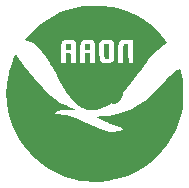
<source format=gbr>
%TF.GenerationSoftware,KiCad,Pcbnew,7.0.10-7.0.10~ubuntu22.04.1*%
%TF.CreationDate,2024-02-22T09:28:58-05:00*%
%TF.ProjectId,ladcp_interface_box,6c616463-705f-4696-9e74-657266616365,1.0.0*%
%TF.SameCoordinates,Original*%
%TF.FileFunction,Legend,Bot*%
%TF.FilePolarity,Positive*%
%FSLAX46Y46*%
G04 Gerber Fmt 4.6, Leading zero omitted, Abs format (unit mm)*
G04 Created by KiCad (PCBNEW 7.0.10-7.0.10~ubuntu22.04.1) date 2024-02-22 09:28:58*
%MOMM*%
%LPD*%
G01*
G04 APERTURE LIST*
%ADD10C,0.300000*%
G04 APERTURE END LIST*
D10*
X152381427Y-84579757D02*
X152524285Y-84508328D01*
X152524285Y-84508328D02*
X152738570Y-84508328D01*
X152738570Y-84508328D02*
X152952856Y-84579757D01*
X152952856Y-84579757D02*
X153095713Y-84722614D01*
X153095713Y-84722614D02*
X153167142Y-84865471D01*
X153167142Y-84865471D02*
X153238570Y-85151185D01*
X153238570Y-85151185D02*
X153238570Y-85365471D01*
X153238570Y-85365471D02*
X153167142Y-85651185D01*
X153167142Y-85651185D02*
X153095713Y-85794042D01*
X153095713Y-85794042D02*
X152952856Y-85936900D01*
X152952856Y-85936900D02*
X152738570Y-86008328D01*
X152738570Y-86008328D02*
X152595713Y-86008328D01*
X152595713Y-86008328D02*
X152381427Y-85936900D01*
X152381427Y-85936900D02*
X152309999Y-85865471D01*
X152309999Y-85865471D02*
X152309999Y-85365471D01*
X152309999Y-85365471D02*
X152595713Y-85365471D01*
X151452856Y-84508328D02*
X151452856Y-84865471D01*
X151809999Y-84722614D02*
X151452856Y-84865471D01*
X151452856Y-84865471D02*
X151095713Y-84722614D01*
X151667142Y-85151185D02*
X151452856Y-84865471D01*
X151452856Y-84865471D02*
X151238570Y-85151185D01*
X150309999Y-84508328D02*
X150309999Y-84865471D01*
X150667142Y-84722614D02*
X150309999Y-84865471D01*
X150309999Y-84865471D02*
X149952856Y-84722614D01*
X150524285Y-85151185D02*
X150309999Y-84865471D01*
X150309999Y-84865471D02*
X150095713Y-85151185D01*
X149167142Y-84508328D02*
X149167142Y-84865471D01*
X149524285Y-84722614D02*
X149167142Y-84865471D01*
X149167142Y-84865471D02*
X148809999Y-84722614D01*
X149381428Y-85151185D02*
X149167142Y-84865471D01*
X149167142Y-84865471D02*
X148952856Y-85151185D01*
%TO.C,G\u002A\u002A\u002A*%
G36*
X148824875Y-81110299D02*
G01*
X149021266Y-81121605D01*
X149032743Y-81322890D01*
X149035587Y-81401030D01*
X149033663Y-81510789D01*
X149024565Y-81575394D01*
X149020099Y-81583566D01*
X148953534Y-81615798D01*
X148816697Y-81626613D01*
X148628483Y-81626613D01*
X148628483Y-81362802D01*
X148628483Y-81098992D01*
X148824875Y-81110299D01*
G37*
G36*
X150640870Y-81374109D02*
G01*
X150651931Y-81626613D01*
X150442769Y-81626613D01*
X150233607Y-81626613D01*
X150244668Y-81374109D01*
X150255729Y-81121605D01*
X150442769Y-81121605D01*
X150629808Y-81121605D01*
X150640870Y-81374109D01*
G37*
G36*
X152248692Y-81718631D02*
G01*
X152250447Y-81844782D01*
X152251348Y-82038047D01*
X152249875Y-82198269D01*
X152246205Y-82311532D01*
X152240514Y-82363918D01*
X152221250Y-82384611D01*
X152146583Y-82407004D01*
X152046028Y-82410239D01*
X151949418Y-82394611D01*
X151886583Y-82360416D01*
X151885896Y-82359553D01*
X151867746Y-82299571D01*
X151856475Y-82174208D01*
X151851926Y-81980412D01*
X151853947Y-81715129D01*
X151864271Y-81121605D01*
X152051311Y-81121605D01*
X152238350Y-81121605D01*
X152248692Y-81718631D01*
G37*
G36*
X157071865Y-80849165D02*
G01*
X157191977Y-81017536D01*
X156890866Y-81213659D01*
X156820675Y-81261916D01*
X156627318Y-81412844D01*
X156408376Y-81603569D01*
X156178057Y-81820440D01*
X155950572Y-82049805D01*
X155740129Y-82278012D01*
X155560939Y-82491410D01*
X155547427Y-82508641D01*
X155449289Y-82636903D01*
X155320350Y-82809121D01*
X155171275Y-83010875D01*
X155012730Y-83227745D01*
X154855381Y-83445313D01*
X154648655Y-83730728D01*
X154367481Y-84110031D01*
X154112956Y-84440861D01*
X153877610Y-84732386D01*
X153653977Y-84993774D01*
X153434587Y-85234194D01*
X153211971Y-85462815D01*
X152892110Y-85763450D01*
X152468829Y-86104058D01*
X152051752Y-86372610D01*
X151638911Y-86570334D01*
X151228336Y-86698457D01*
X151220434Y-86700216D01*
X151063048Y-86723901D01*
X150870530Y-86737837D01*
X150679916Y-86739268D01*
X150628510Y-86737416D01*
X150470444Y-86726294D01*
X150345150Y-86702472D01*
X150220080Y-86657759D01*
X150062685Y-86583967D01*
X149957685Y-86529070D01*
X149849498Y-86462581D01*
X149740054Y-86381488D01*
X149616938Y-86275737D01*
X149467738Y-86135273D01*
X149280040Y-85950041D01*
X149268821Y-85938820D01*
X149115152Y-85782850D01*
X148977713Y-85637166D01*
X148851947Y-85494768D01*
X148733298Y-85348660D01*
X148617207Y-85191843D01*
X148499117Y-85017318D01*
X148374472Y-84818088D01*
X148238714Y-84587153D01*
X148087285Y-84317517D01*
X147915630Y-84002179D01*
X147719189Y-83634143D01*
X147493407Y-83206410D01*
X147292084Y-82832080D01*
X147223268Y-82711443D01*
X148179588Y-82711443D01*
X148404035Y-82711443D01*
X148628483Y-82711443D01*
X148628483Y-82316705D01*
X148628483Y-81921967D01*
X148824875Y-81933273D01*
X149021266Y-81944580D01*
X149031927Y-82328012D01*
X149042588Y-82711443D01*
X149248978Y-82711443D01*
X149455368Y-82711443D01*
X149825537Y-82711443D01*
X150031281Y-82711443D01*
X150237025Y-82711443D01*
X150237025Y-82318660D01*
X150237025Y-81925876D01*
X150442769Y-81925876D01*
X150648512Y-81925876D01*
X150648512Y-82318660D01*
X150648512Y-82711443D01*
X150854256Y-82711443D01*
X151060000Y-82711443D01*
X151060000Y-81886611D01*
X151059952Y-81795016D01*
X151057749Y-81494986D01*
X151049048Y-81259786D01*
X151029479Y-81081530D01*
X151016697Y-81034085D01*
X151429774Y-81034085D01*
X151441279Y-81782557D01*
X151452783Y-82531029D01*
X151557741Y-82621236D01*
X151570695Y-82632180D01*
X151622101Y-82668514D01*
X151681383Y-82691682D01*
X151765273Y-82704610D01*
X151890502Y-82710223D01*
X152073801Y-82711443D01*
X153042621Y-82711443D01*
X153248365Y-82711443D01*
X153454109Y-82711443D01*
X153454682Y-81953932D01*
X153454772Y-81908205D01*
X153456966Y-81679071D01*
X153461696Y-81476312D01*
X153468489Y-81312036D01*
X153476867Y-81198355D01*
X153486357Y-81147378D01*
X153490051Y-81142402D01*
X153561598Y-81112663D01*
X153700880Y-81109970D01*
X153884300Y-81121605D01*
X153894396Y-81916524D01*
X153904492Y-82711443D01*
X154109492Y-82711443D01*
X154314492Y-82711443D01*
X154314492Y-81738837D01*
X154314492Y-80766230D01*
X153837540Y-80766781D01*
X153722612Y-80767169D01*
X153522423Y-80772395D01*
X153365974Y-80790044D01*
X153247875Y-80827914D01*
X153162733Y-80893805D01*
X153105157Y-80995515D01*
X153069755Y-81140843D01*
X153051136Y-81337588D01*
X153043908Y-81593549D01*
X153043270Y-81761327D01*
X153042680Y-81916524D01*
X153042621Y-82711443D01*
X152073801Y-82711443D01*
X152144900Y-82711353D01*
X152304804Y-82709192D01*
X152411739Y-82701896D01*
X152481905Y-82686508D01*
X152531500Y-82660069D01*
X152576722Y-82619624D01*
X152602414Y-82592996D01*
X152626821Y-82559638D01*
X152644335Y-82515616D01*
X152656100Y-82450238D01*
X152663259Y-82352812D01*
X152666956Y-82212646D01*
X152668336Y-82019048D01*
X152668542Y-81761327D01*
X152668437Y-81566644D01*
X152667393Y-81356296D01*
X152664280Y-81201966D01*
X152657973Y-81092777D01*
X152647344Y-81017851D01*
X152631267Y-80966313D01*
X152608615Y-80927286D01*
X152578261Y-80889892D01*
X152548655Y-80856625D01*
X152507835Y-80822116D01*
X152455370Y-80800955D01*
X152375469Y-80789879D01*
X152252338Y-80785627D01*
X152070185Y-80784934D01*
X151652390Y-80784934D01*
X151541082Y-80909509D01*
X151429774Y-81034085D01*
X151016697Y-81034085D01*
X150994673Y-80952332D01*
X150940261Y-80864307D01*
X150861872Y-80809570D01*
X150755137Y-80780235D01*
X150615687Y-80768417D01*
X150439151Y-80766230D01*
X150249205Y-80773465D01*
X150066837Y-80804708D01*
X149941183Y-80863074D01*
X149864054Y-80951198D01*
X149862917Y-80953595D01*
X149850383Y-81021036D01*
X149840032Y-81154355D01*
X149832210Y-81345324D01*
X149827263Y-81585717D01*
X149825537Y-81867305D01*
X149825537Y-82711443D01*
X149455368Y-82711443D01*
X149444061Y-81851837D01*
X149432754Y-80992230D01*
X149329032Y-80888582D01*
X149302701Y-80862890D01*
X149255802Y-80825827D01*
X149200559Y-80802875D01*
X149120357Y-80790658D01*
X148998576Y-80785802D01*
X148818600Y-80784934D01*
X148731770Y-80785248D01*
X148571017Y-80790839D01*
X148444961Y-80809483D01*
X148349387Y-80848901D01*
X148280074Y-80916811D01*
X148232805Y-81020933D01*
X148203361Y-81168986D01*
X148187524Y-81368691D01*
X148181075Y-81627767D01*
X148179796Y-81953932D01*
X148179588Y-82711443D01*
X147223268Y-82711443D01*
X147105782Y-82505486D01*
X146934436Y-82228884D01*
X146771586Y-81992374D01*
X146610775Y-81786055D01*
X146445545Y-81600027D01*
X146138071Y-81317499D01*
X145783896Y-81082695D01*
X145399777Y-80914787D01*
X145107595Y-80816100D01*
X145253919Y-80630986D01*
X145532932Y-80304557D01*
X145975983Y-79865792D01*
X146471065Y-79453221D01*
X147005396Y-79075665D01*
X147566191Y-78741950D01*
X148140667Y-78460898D01*
X148716042Y-78241332D01*
X149043375Y-78140375D01*
X149380503Y-78052100D01*
X149705870Y-77987071D01*
X150040977Y-77941775D01*
X150407328Y-77912694D01*
X150826426Y-77896314D01*
X151140972Y-77891525D01*
X151537376Y-77897447D01*
X151895609Y-77920131D01*
X152236453Y-77961665D01*
X152580690Y-78024137D01*
X152949102Y-78109637D01*
X153260893Y-78196080D01*
X153906502Y-78424915D01*
X154532420Y-78713137D01*
X155130225Y-79055149D01*
X155691493Y-79445353D01*
X156207804Y-79878155D01*
X156670735Y-80347958D01*
X157005490Y-80766230D01*
X157071865Y-80849165D01*
G37*
G36*
X144422046Y-82131620D02*
G01*
X144451936Y-82170062D01*
X144527027Y-82267745D01*
X144634661Y-82408414D01*
X144767481Y-82582436D01*
X144918128Y-82780176D01*
X145079244Y-82992003D01*
X145476372Y-83504825D01*
X145889697Y-84014327D01*
X146278775Y-84465842D01*
X146648265Y-84864162D01*
X147002822Y-85214078D01*
X147347103Y-85520382D01*
X147685766Y-85787865D01*
X148023466Y-86021318D01*
X148138921Y-86092061D01*
X148356449Y-86213772D01*
X148599908Y-86339620D01*
X148846985Y-86458608D01*
X149075367Y-86559742D01*
X149262739Y-86632025D01*
X149341249Y-86662262D01*
X149419440Y-86703441D01*
X149444836Y-86734117D01*
X149437466Y-86741430D01*
X149372705Y-86756122D01*
X149240674Y-86764475D01*
X149039550Y-86766521D01*
X148767512Y-86762289D01*
X148422739Y-86751813D01*
X148268802Y-86748268D01*
X148118836Y-86752505D01*
X148013617Y-86768320D01*
X147936348Y-86797282D01*
X147863138Y-86841666D01*
X147771280Y-86917523D01*
X147714172Y-86990117D01*
X147707175Y-87042978D01*
X147731372Y-87054301D01*
X147817976Y-87071182D01*
X147950767Y-87086902D01*
X148112975Y-87099142D01*
X148288508Y-87112729D01*
X148497140Y-87140087D01*
X148709113Y-87182144D01*
X148933359Y-87241866D01*
X149178811Y-87322222D01*
X149454403Y-87426180D01*
X149769067Y-87556709D01*
X150131736Y-87716776D01*
X150551343Y-87909350D01*
X150765335Y-88007901D01*
X151166071Y-88185163D01*
X151514559Y-88326843D01*
X151818971Y-88434684D01*
X152087478Y-88510423D01*
X152328251Y-88555802D01*
X152549462Y-88572560D01*
X152759282Y-88562436D01*
X152965882Y-88527172D01*
X153177435Y-88468506D01*
X153312842Y-88423364D01*
X153432186Y-88374820D01*
X153480317Y-88334253D01*
X153457854Y-88295199D01*
X153365419Y-88251195D01*
X153203633Y-88195778D01*
X153164355Y-88182995D01*
X152908441Y-88094746D01*
X152638893Y-87994371D01*
X152366236Y-87886490D01*
X152100997Y-87775722D01*
X151853701Y-87666689D01*
X151634876Y-87564008D01*
X151455046Y-87472302D01*
X151324738Y-87396189D01*
X151254478Y-87340289D01*
X151251530Y-87336543D01*
X151245798Y-87314186D01*
X151273723Y-87297442D01*
X151345586Y-87284308D01*
X151471667Y-87272782D01*
X151662245Y-87260860D01*
X152238181Y-87207017D01*
X152910581Y-87083858D01*
X153547512Y-86896537D01*
X154152825Y-86643646D01*
X154730370Y-86323775D01*
X155283998Y-85935516D01*
X155449941Y-85801658D01*
X155761325Y-85528036D01*
X156098875Y-85203970D01*
X156467052Y-84825106D01*
X156870317Y-84387088D01*
X156909043Y-84344243D01*
X157086635Y-84151652D01*
X157260822Y-83968474D01*
X157420133Y-83806426D01*
X157553095Y-83677225D01*
X157648235Y-83592587D01*
X157718779Y-83539437D01*
X157857645Y-83450526D01*
X157999883Y-83375067D01*
X158129321Y-83320414D01*
X158229788Y-83293922D01*
X158285111Y-83302946D01*
X158301727Y-83336281D01*
X158332430Y-83434270D01*
X158369218Y-83578367D01*
X158408536Y-83752603D01*
X158446833Y-83941009D01*
X158480556Y-84127617D01*
X158506153Y-84296458D01*
X158510869Y-84336030D01*
X158525973Y-84542235D01*
X158534374Y-84816628D01*
X158535971Y-85154121D01*
X158530665Y-85549625D01*
X158530013Y-85580722D01*
X158522862Y-85878212D01*
X158514701Y-86115802D01*
X158504381Y-86307138D01*
X158490757Y-86465870D01*
X158472680Y-86605646D01*
X158449002Y-86740116D01*
X158418578Y-86882926D01*
X158395721Y-86981324D01*
X158187057Y-87700792D01*
X157914722Y-88387059D01*
X157582191Y-89036750D01*
X157192939Y-89646485D01*
X156750442Y-90212887D01*
X156258173Y-90732578D01*
X155719609Y-91202180D01*
X155138224Y-91618315D01*
X154517493Y-91977606D01*
X153860892Y-92276675D01*
X153171896Y-92512143D01*
X152453980Y-92680633D01*
X152440047Y-92683162D01*
X152233631Y-92717170D01*
X152007500Y-92749549D01*
X151808159Y-92773603D01*
X151707221Y-92782466D01*
X151410959Y-92796034D01*
X151073252Y-92797686D01*
X150717174Y-92788240D01*
X150365796Y-92768510D01*
X150042189Y-92739315D01*
X149769426Y-92701469D01*
X149201845Y-92579014D01*
X148503486Y-92361791D01*
X147833486Y-92078256D01*
X147195797Y-91731436D01*
X146594372Y-91324355D01*
X146033165Y-90860041D01*
X145516127Y-90341520D01*
X145047212Y-89771817D01*
X144630372Y-89153959D01*
X144269561Y-88490972D01*
X144113003Y-88146793D01*
X143862295Y-87466894D01*
X143685223Y-86777419D01*
X143581580Y-86076669D01*
X143551160Y-85362947D01*
X143593754Y-84634555D01*
X143709158Y-83889794D01*
X143741383Y-83743282D01*
X143818651Y-83444974D01*
X143914481Y-83120693D01*
X144020942Y-82795346D01*
X144130107Y-82493837D01*
X144234045Y-82241073D01*
X144333439Y-82019396D01*
X144422046Y-82131620D01*
G37*
%TD*%
M02*

</source>
